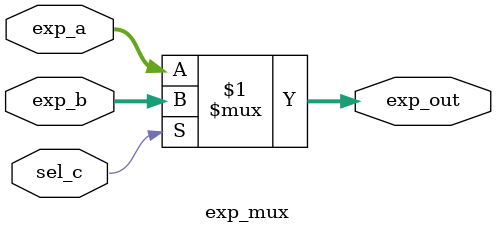
<source format=v>
module exp_mux(
    input [7:0] exp_a,
    input [7:0] exp_b,
    input sel_c,
    output [7:0] exp_out
    );

	assign exp_out = (sel_c) ? exp_b : exp_a;
endmodule
</source>
